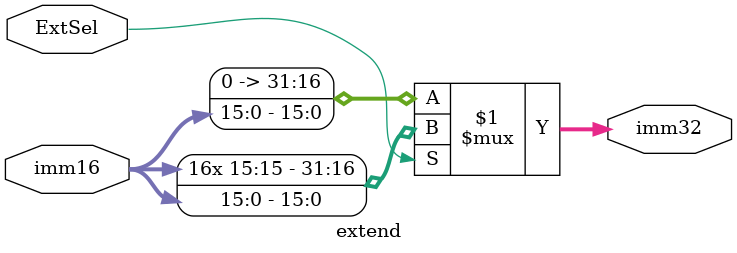
<source format=v>
`timescale 1ns / 1ps

module extend(
    input [15:0]imm16,
    input ExtSel,
    output [31:0]imm32
);
    
    assign imm32 = ExtSel? {{16{imm16[15]}},imm16}:{16'b0,imm16};
endmodule

</source>
